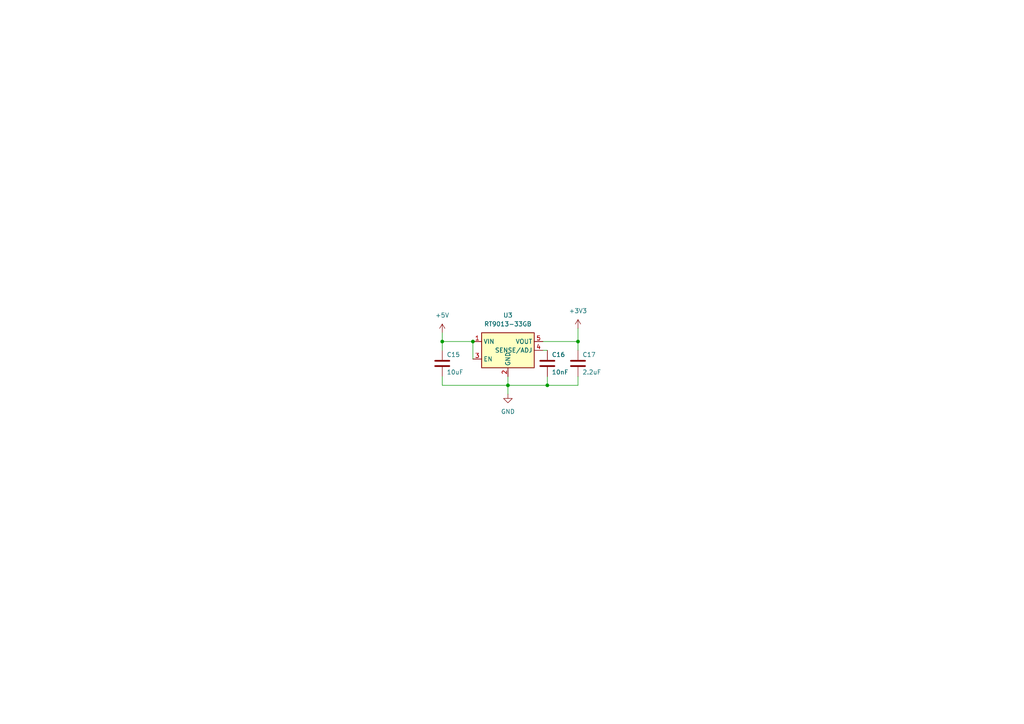
<source format=kicad_sch>
(kicad_sch (version 20230121) (generator eeschema)
  (paper "A4")
  (lib_symbols
    (symbol "Device:C" (pin_numbers hide) (pin_names (offset 0.254))
      (property "Reference" "C" (at 0.635 2.54 0))
      (property "Value" "C" (at 0.635 -2.54 0))
      (symbol "C_0_1"
        (polyline (pts (xy -2.032 -0.762) (xy 2.032 -0.762)) (stroke (width 0.508)))
        (polyline (pts (xy -2.032 0.762) (xy 2.032 0.762)) (stroke (width 0.508)))
      )
      (symbol "C_1_1"
        (pin passive line (at 0 3.81 270) (length 2.794) (name "~") (number "1"))
        (pin passive line (at 0 -3.81 90) (length 2.794) (name "~") (number "2"))
      )
    )
    (symbol "Regulator_Linear:ADP7142AUJZ-3.3"
      (property "Reference" "U" (at 0 8.89 0))
      (property "Value" "ADP7142AUJZ-3.3" (at 0 6.35 0))
      (symbol "ADP7142AUJZ-3.3_0_1"
        (rectangle (start -7.62 5.08) (end 7.62 -5.08) (stroke (width 0.254)) (fill (type background)))
      )
      (symbol "ADP7142AUJZ-3.3_1_1"
        (pin power_in line (at -10.16 2.54 0) (length 2.54) (name "VIN") (number "1"))
        (pin power_in line (at 0 -7.62 90) (length 2.54) (name "GND") (number "2"))
        (pin input line (at -10.16 -2.54 0) (length 2.54) (name "EN") (number "3"))
        (pin input line (at 10.16 0 180) (length 2.54) (name "SENSE/ADJ") (number "4"))
        (pin power_out line (at 10.16 2.54 180) (length 2.54) (name "VOUT") (number "5"))
      )
    )
    (symbol "power:+3V3" (power) (pin_names (offset 0))
      (property "Value" "+3V3" (at 0 3.556 0))
      (symbol "+3V3_0_1"
        (polyline (pts (xy -0.762 1.27) (xy 0 2.54)))
        (polyline (pts (xy 0 0) (xy 0 2.54)))
        (polyline (pts (xy 0 2.54) (xy 0.762 1.27)))
      )
      (symbol "+3V3_1_1"
        (pin power_in line (at 0 0 90) (length 0) hide (name "+3V3") (number "1"))
      )
    )
    (symbol "power:+5V" (power) (pin_names (offset 0))
      (property "Value" "+5V" (at 0 3.556 0))
      (symbol "+5V_0_1"
        (polyline (pts (xy -0.762 1.27) (xy 0 2.54)))
        (polyline (pts (xy 0 0) (xy 0 2.54)))
        (polyline (pts (xy 0 2.54) (xy 0.762 1.27)))
      )
      (symbol "+5V_1_1"
        (pin power_in line (at 0 0 90) (length 0) hide (name "+5V") (number "1"))
      )
    )
    (symbol "power:GND" (power) (pin_names (offset 0))
      (property "Value" "GND" (at 0 -3.81 0))
      (symbol "GND_0_1"
        (polyline (pts (xy 0 0) (xy 0 -1.27) (xy 1.27 -1.27) (xy 0 -2.54) (xy -1.27 -1.27) (xy 0 -1.27)))
      )
      (symbol "GND_1_1"
        (pin power_in line (at 0 0 270) (length 0) hide (name "GND") (number "1"))
      )
    )
  )
  (junction (at 128.27 99.06))
  (junction (at 137.16 99.06))
  (junction (at 167.64 99.06))
  (junction (at 158.75 111.76))
  (junction (at 147.32 111.76))
  (wire (pts (xy 128.27 109.22) (xy 128.27 111.76)))
  (wire (pts (xy 128.27 111.76) (xy 147.32 111.76)))
  (wire (pts (xy 157.48 99.06) (xy 167.64 99.06)))
  (wire (pts (xy 128.27 96.52) (xy 128.27 99.06)))
  (wire (pts (xy 157.48 101.6) (xy 158.75 101.6)))
  (wire (pts (xy 158.75 109.22) (xy 158.75 111.76)))
  (wire (pts (xy 147.32 114.3) (xy 147.32 111.76)))
  (wire (pts (xy 167.64 109.22) (xy 167.64 111.76)))
  (wire (pts (xy 158.75 111.76) (xy 147.32 111.76)))
  (wire (pts (xy 167.64 95.25) (xy 167.64 99.06)))
  (wire (pts (xy 158.75 111.76) (xy 167.64 111.76)))
  (wire (pts (xy 128.27 101.6) (xy 128.27 99.06)))
  (wire (pts (xy 137.16 99.06) (xy 137.16 104.14)))
  (wire (pts (xy 128.27 99.06) (xy 137.16 99.06)))
  (wire (pts (xy 167.64 99.06) (xy 167.64 101.6)))
  (wire (pts (xy 147.32 111.76) (xy 147.32 109.22)))
  (symbol (lib_id "power:+3V3") (at 167.64 95.25 0) (unit 1)
    (property "Reference" "#PWR018" (effects hide))
    (property "Value" "+3V3" (at 167.64 90.17 0))
    (instances (project "picoprobe-board" (path "" (reference "#PWR018") (unit 1))) (project "hardware" (path "" (reference "#PWR022") (unit 1))) (project "IR-HeatCam-G431-Demo" (path "" (reference "#PWR011") (unit 1))) (project "RotaryPositionEncoder_RP2040" (path "" (reference "#PWR014") (unit 1))))
  )
  (symbol (lib_id "power:+5V") (at 128.27 96.52 0) (unit 1)
    (property "Reference" "#PWR016" (effects hide))
    (property "Value" "+5V" (at 128.27 91.44 0))
    (instances (project "picoprobe-board" (path "" (reference "#PWR016") (unit 1))) (project "hardware" (path "" (reference "#PWR012") (unit 1))) (project "IR-HeatCam-G431-Demo" (path "" (reference "#PWR09") (unit 1))) (project "RotaryPositionEncoder_RP2040" (path "" (reference "#PWR012") (unit 1))))
  )
  (symbol (lib_id "power:GND") (at 147.32 114.3 0) (unit 1)
    (property "Reference" "#PWR017" (effects hide))
    (property "Value" "GND" (at 147.32 119.38 0))
    (instances (project "picoprobe-board" (path "" (reference "#PWR017") (unit 1))) (project "hardware" (path "" (reference "#PWR014") (unit 1))) (project "IR-HeatCam-G431-Demo" (path "" (reference "#PWR010") (unit 1))) (project "RotaryPositionEncoder_RP2040" (path "" (reference "#PWR013") (unit 1))))
  )
  (symbol (lib_id "Device:C") (at 128.27 105.41 0) (unit 1)
    (property "Reference" "C15" (at 129.54 102.87 0) (effects (justify left)))
    (property "Value" "10uF" (at 129.54 107.95 0) (effects (justify left)))
    (property "Footprint" "Capacitor_SMD:C_1206_3216Metric" (effects hide))
    (instances (project "picoprobe-board" (path "" (reference "C15") (unit 1))) (project "hardware" (path "" (reference "C6") (unit 1))) (project "IR-HeatCam-G431-Demo" (path "" (reference "C9") (unit 1))) (project "RotaryPositionEncoder_RP2040" (path "" (reference "C18") (unit 1))))
  )
  (symbol (lib_id "Regulator_Linear:ADP7142AUJZ-3.3") (at 147.32 101.6 0) (unit 1)
    (property "Reference" "U3" (at 147.32 91.44 0))
    (property "Value" "RT9013-33GB" (at 147.32 93.98 0))
    (property "Footprint" "Package_TO_SOT_SMD:TSOT-23-5" (effects hide))
    (property "Datasheet" "https://www.analog.com/media/en/technical-documentation/data-sheets/ADP7142.pdf" (effects hide))
    (instances (project "picoprobe-board" (path "" (reference "U3") (unit 1))) (project "hardware" (path "" (reference "U3") (unit 1))) (project "IR-HeatCam-G431-Demo" (path "" (reference "U2") (unit 1))) (project "RotaryPositionEncoder_RP2040" (path "" (reference "U6") (unit 1))))
  )
  (symbol (lib_id "Device:C") (at 167.64 105.41 0) (unit 1)
    (property "Reference" "C17" (at 168.91 102.87 0) (effects (justify left)))
    (property "Value" "2.2uF" (at 168.91 107.95 0) (effects (justify left)))
    (property "Footprint" "Capacitor_SMD:C_1206_3216Metric" (effects hide))
    (instances (project "picoprobe-board" (path "" (reference "C17") (unit 1))) (project "hardware" (path "" (reference "C12") (unit 1))) (project "IR-HeatCam-G431-Demo" (path "" (reference "C12") (unit 1))) (project "RotaryPositionEncoder_RP2040" (path "" (reference "C20") (unit 1))))
  )
  (symbol (lib_id "Device:C") (at 158.75 105.41 0) (unit 1)
    (property "Reference" "C16" (at 160.02 102.87 0) (effects (justify left)))
    (property "Value" "10nF" (at 160.02 107.95 0) (effects (justify left)))
    (property "Footprint" "Capacitor_SMD:C_0603_1608Metric" (effects hide))
    (instances (project "picoprobe-board" (path "" (reference "C16") (unit 1))) (project "hardware" (path "" (reference "C11") (unit 1))) (project "IR-HeatCam-G431-Demo" (path "" (reference "C10") (unit 1))) (project "RotaryPositionEncoder_RP2040" (path "" (reference "C19") (unit 1))))
  )
)
</source>
